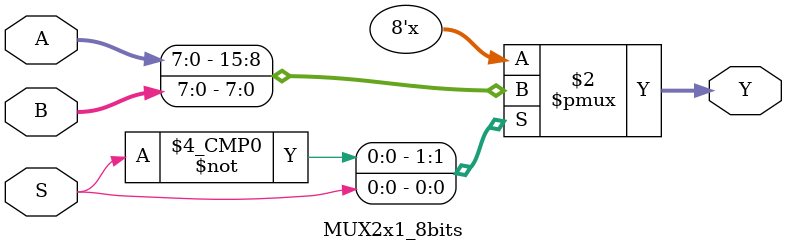
<source format=v>
module MUX2x1_8bits(

    input [7:0] A, B, // 5-bit inputs A and B
    input S,         // 1-bit selector
    output reg [7:0] Y // 5-bit output Y
);
    always @(*) begin
        case (S)
            1'b0: Y = A; // If S is 0, output A
            1'b1: Y = B; // If S is 1, output B
            default: Y = 7'b0000000; // Default case (unused ops)
        endcase
    end 
endmodule

</source>
